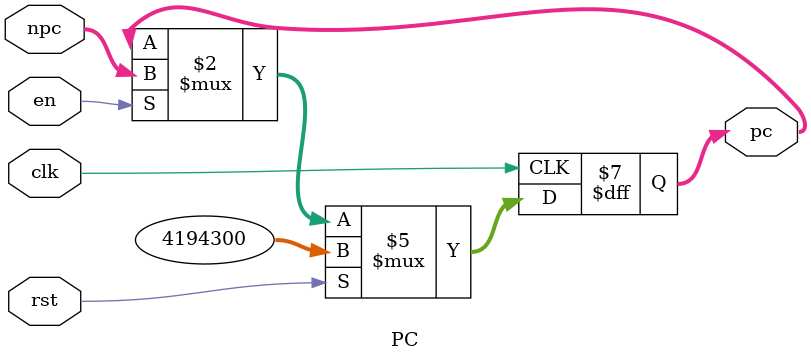
<source format=v>
module PC (
    input                   [ 0 : 0]            clk,
    input                   [ 0 : 0]            rst,
    input                   [ 0 : 0]            en,
    input                   [31 : 0]            npc,

    output      reg         [31 : 0]            pc
);

always @(posedge clk) begin
    if (rst) begin
        pc <= 32'h003F_FFFC;
    end else if (en) begin
        pc <= npc;
    end
end

endmodule
</source>
